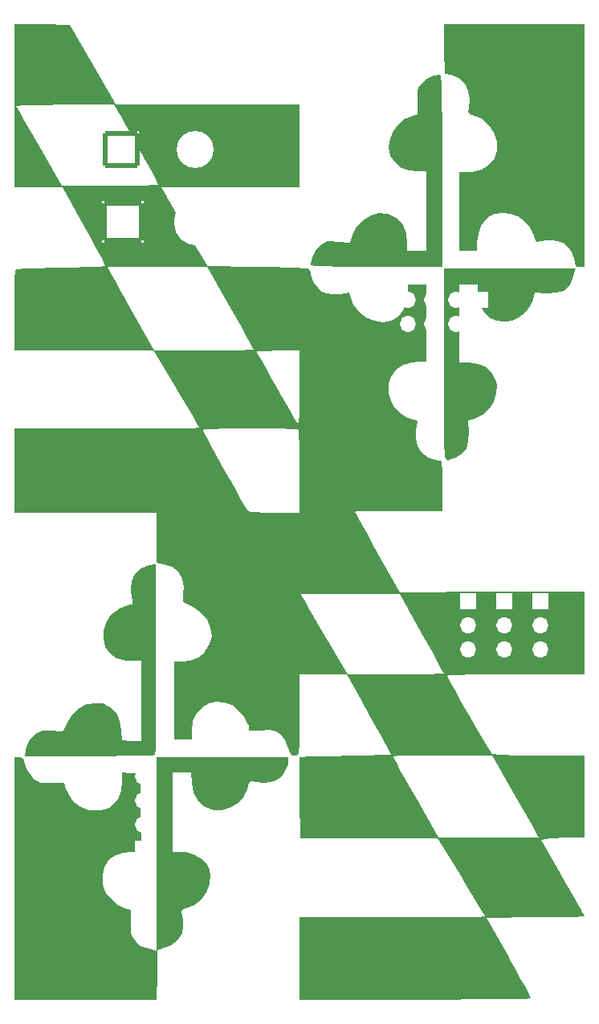
<source format=gbo>
%TF.GenerationSoftware,KiCad,Pcbnew,7.0.2*%
%TF.CreationDate,2023-11-12T14:51:11-05:00*%
%TF.ProjectId,avc-computer,6176632d-636f-46d7-9075-7465722e6b69,rev?*%
%TF.SameCoordinates,Original*%
%TF.FileFunction,Legend,Bot*%
%TF.FilePolarity,Positive*%
%FSLAX46Y46*%
G04 Gerber Fmt 4.6, Leading zero omitted, Abs format (unit mm)*
G04 Created by KiCad (PCBNEW 7.0.2) date 2023-11-12 14:51:11*
%MOMM*%
%LPD*%
G01*
G04 APERTURE LIST*
G04 Aperture macros list*
%AMRoundRect*
0 Rectangle with rounded corners*
0 $1 Rounding radius*
0 $2 $3 $4 $5 $6 $7 $8 $9 X,Y pos of 4 corners*
0 Add a 4 corners polygon primitive as box body*
4,1,4,$2,$3,$4,$5,$6,$7,$8,$9,$2,$3,0*
0 Add four circle primitives for the rounded corners*
1,1,$1+$1,$2,$3*
1,1,$1+$1,$4,$5*
1,1,$1+$1,$6,$7*
1,1,$1+$1,$8,$9*
0 Add four rect primitives between the rounded corners*
20,1,$1+$1,$2,$3,$4,$5,0*
20,1,$1+$1,$4,$5,$6,$7,0*
20,1,$1+$1,$6,$7,$8,$9,0*
20,1,$1+$1,$8,$9,$2,$3,0*%
G04 Aperture macros list end*
%ADD10RoundRect,0.250002X-1.699998X-1.699998X1.699998X-1.699998X1.699998X1.699998X-1.699998X1.699998X0*%
%ADD11C,3.900000*%
%ADD12R,1.700000X1.700000*%
%ADD13O,1.700000X1.700000*%
%ADD14RoundRect,0.288464X-1.961536X-1.961536X1.961536X-1.961536X1.961536X1.961536X-1.961536X1.961536X0*%
%ADD15C,5.000000*%
G04 APERTURE END LIST*
%TO.C,G\u002A\u002A\u002A*%
G36*
X152633947Y-73325790D02*
G01*
X152132631Y-73325790D01*
X151962636Y-73319829D01*
X151698559Y-73224807D01*
X151631316Y-72960786D01*
X151631287Y-72954171D01*
X151522184Y-72439000D01*
X151252235Y-71833178D01*
X150896348Y-71276271D01*
X150529435Y-70907845D01*
X150044099Y-70696162D01*
X149330866Y-70550262D01*
X148590563Y-70518324D01*
X147980396Y-70618213D01*
X147645500Y-70712810D01*
X147469790Y-70638436D01*
X147371372Y-70323542D01*
X147280211Y-70009152D01*
X146860606Y-69197142D01*
X146249862Y-68482113D01*
X145540722Y-67982656D01*
X144843660Y-67748053D01*
X143974136Y-67665195D01*
X143145589Y-67779190D01*
X142475372Y-68086080D01*
X142207023Y-68322421D01*
X141719660Y-69013156D01*
X141391199Y-69865890D01*
X141270789Y-70771066D01*
X141270789Y-71654737D01*
X139432631Y-71654737D01*
X139435339Y-63383027D01*
X140406061Y-63361343D01*
X140785203Y-63337119D01*
X141765300Y-63096246D01*
X142540686Y-62618292D01*
X143084407Y-61924409D01*
X143369510Y-61035748D01*
X143352807Y-60134048D01*
X143057961Y-59232264D01*
X142531536Y-58426497D01*
X141823251Y-57792371D01*
X140982824Y-57405512D01*
X140678864Y-57320724D01*
X140401610Y-57192456D01*
X140329521Y-56991832D01*
X140389303Y-56622109D01*
X140485205Y-55699136D01*
X140347246Y-54771174D01*
X139962763Y-54013355D01*
X139350382Y-53460465D01*
X138528728Y-53147290D01*
X137845131Y-53012275D01*
X137799112Y-50385480D01*
X137753092Y-47758685D01*
X152633947Y-47758685D01*
X152633947Y-73325790D01*
G37*
G36*
X151540915Y-74035987D02*
G01*
X151370641Y-74646500D01*
X150987184Y-75368925D01*
X150426735Y-75840203D01*
X149652840Y-76086604D01*
X148629049Y-76134396D01*
X147381388Y-76088444D01*
X147229312Y-76731486D01*
X147215329Y-76786266D01*
X146889283Y-77475140D01*
X146341474Y-78138282D01*
X145667329Y-78680008D01*
X144962274Y-79004636D01*
X144198408Y-79124654D01*
X143281248Y-79018885D01*
X142503520Y-78637876D01*
X141900867Y-78010115D01*
X141508934Y-77164090D01*
X141363362Y-76128287D01*
X141354342Y-75165878D01*
X140393487Y-75164913D01*
X139432631Y-75163948D01*
X139433005Y-79299803D01*
X139433378Y-83435658D01*
X140396556Y-83452934D01*
X141393602Y-83582592D01*
X142245709Y-83963762D01*
X142876331Y-84594711D01*
X143284171Y-85474531D01*
X143355563Y-85810979D01*
X143324218Y-86676437D01*
X143030932Y-87532583D01*
X142518101Y-88307773D01*
X141828125Y-88930358D01*
X141003401Y-89328692D01*
X140318249Y-89533408D01*
X140387264Y-90745717D01*
X140390765Y-90811665D01*
X140361438Y-91751413D01*
X140148121Y-92455116D01*
X139721732Y-92980294D01*
X139053192Y-93384467D01*
X138817022Y-93499557D01*
X138585999Y-93618018D01*
X138391080Y-93701593D01*
X138229226Y-93727258D01*
X138097395Y-93671989D01*
X137992549Y-93512764D01*
X137911645Y-93226557D01*
X137851646Y-92790346D01*
X137809510Y-92181107D01*
X137782197Y-91375816D01*
X137766668Y-90351450D01*
X137759881Y-89084985D01*
X137758797Y-87553398D01*
X137760377Y-85733666D01*
X137761579Y-83602763D01*
X137761579Y-73492895D01*
X151657870Y-73492895D01*
X151540915Y-74035987D01*
G37*
G36*
X137397131Y-53110592D02*
G01*
X137440405Y-53207638D01*
X137477306Y-53452437D01*
X137508263Y-53865706D01*
X137533704Y-54468161D01*
X137554056Y-55280519D01*
X137569748Y-56323496D01*
X137581207Y-57617808D01*
X137588863Y-59184172D01*
X137593142Y-61043304D01*
X137594474Y-63215921D01*
X137594474Y-73325790D01*
X130659605Y-73325790D01*
X129591131Y-73324937D01*
X127925957Y-73318941D01*
X126566707Y-73306787D01*
X125495250Y-73287978D01*
X124693454Y-73262020D01*
X124143191Y-73228417D01*
X123826329Y-73186674D01*
X123724737Y-73136296D01*
X123732510Y-72994081D01*
X123906633Y-72333850D01*
X124254143Y-71660230D01*
X124701066Y-71125571D01*
X124899992Y-70955324D01*
X125178525Y-70766128D01*
X125479892Y-70674514D01*
X125907589Y-70656106D01*
X126565107Y-70686529D01*
X127844738Y-70760605D01*
X128124160Y-69973872D01*
X128582386Y-69105818D01*
X129253888Y-68408550D01*
X130070775Y-67930868D01*
X130969269Y-67709922D01*
X131885592Y-67782863D01*
X132069315Y-67835602D01*
X132879856Y-68249382D01*
X133457433Y-68900835D01*
X133803162Y-69791684D01*
X133918158Y-70923652D01*
X133918158Y-71654737D01*
X135923421Y-71654737D01*
X135923421Y-63299474D01*
X134959959Y-63299474D01*
X134168867Y-63219410D01*
X133283700Y-62891049D01*
X132601305Y-62344463D01*
X132152939Y-61617913D01*
X131969856Y-60749660D01*
X132083311Y-59777967D01*
X132083825Y-59776062D01*
X132416120Y-59052646D01*
X132966608Y-58362284D01*
X133639445Y-57802938D01*
X134338793Y-57472571D01*
X135004342Y-57293413D01*
X135004342Y-55879566D01*
X135007519Y-55356458D01*
X135034434Y-54834876D01*
X135109027Y-54488926D01*
X135255026Y-54225612D01*
X135496159Y-53951934D01*
X136006588Y-53555678D01*
X136707437Y-53233246D01*
X137385592Y-53106985D01*
X137397131Y-53110592D01*
G37*
G36*
X107386073Y-104764814D02*
G01*
X107390569Y-105165714D01*
X107393978Y-105838662D01*
X107396353Y-106748559D01*
X107397748Y-107860304D01*
X107398216Y-109138798D01*
X107397813Y-110548939D01*
X107396590Y-112055629D01*
X107394603Y-113623767D01*
X107391904Y-115218253D01*
X107388547Y-116803986D01*
X107384587Y-118345868D01*
X107380076Y-119808797D01*
X107375069Y-121157674D01*
X107369619Y-122357399D01*
X107363780Y-123372871D01*
X107357606Y-124168991D01*
X107351151Y-124710658D01*
X107297199Y-124737673D01*
X106944261Y-124779749D01*
X106268466Y-124814567D01*
X105277015Y-124841953D01*
X103977104Y-124861731D01*
X102375935Y-124873726D01*
X100480706Y-124877763D01*
X93612991Y-124877763D01*
X93700705Y-124223810D01*
X93758614Y-123922184D01*
X94110443Y-123143703D01*
X94697191Y-122570637D01*
X95475754Y-122235719D01*
X96403026Y-122171684D01*
X96687973Y-122198009D01*
X97170883Y-122255056D01*
X97458183Y-122306267D01*
X97541108Y-122294799D01*
X97756953Y-122052791D01*
X97995044Y-121551307D01*
X98504535Y-120590568D01*
X99210585Y-119867929D01*
X100087695Y-119428185D01*
X101124292Y-119279737D01*
X101801912Y-119355878D01*
X102597955Y-119701849D01*
X103206778Y-120305395D01*
X103606522Y-121142527D01*
X103775331Y-122189257D01*
X103816309Y-123206711D01*
X104830391Y-123256461D01*
X105844474Y-123306211D01*
X105844445Y-119078829D01*
X105844416Y-114851448D01*
X104764926Y-114828946D01*
X104239827Y-114792682D01*
X103282511Y-114546144D01*
X102567484Y-114071109D01*
X102096945Y-113369391D01*
X101873091Y-112442804D01*
X101868425Y-111737457D01*
X102107971Y-110836410D01*
X102654347Y-110031867D01*
X102976810Y-109730378D01*
X103566808Y-109324506D01*
X104177402Y-109031729D01*
X104685958Y-108919211D01*
X104932252Y-108864883D01*
X104943062Y-108654335D01*
X104902914Y-108512526D01*
X104821159Y-108075430D01*
X104748376Y-107526375D01*
X104733991Y-107348954D01*
X104831001Y-106430232D01*
X105211853Y-105667728D01*
X105851862Y-105096092D01*
X106726343Y-104749971D01*
X106825576Y-104728411D01*
X107203313Y-104663941D01*
X107381831Y-104663588D01*
X107386073Y-104764814D01*
G37*
G36*
X93089956Y-124966432D02*
G01*
X93324057Y-125045683D01*
X93478694Y-125286758D01*
X93623566Y-125773142D01*
X93846012Y-126371024D01*
X94416862Y-127151760D01*
X94652000Y-127372038D01*
X94923218Y-127567140D01*
X95231233Y-127670593D01*
X95675172Y-127711396D01*
X96354162Y-127718553D01*
X97706232Y-127718553D01*
X97919886Y-128335672D01*
X98042113Y-128650713D01*
X98592024Y-129553323D01*
X99336888Y-130188400D01*
X100259363Y-130544419D01*
X101342107Y-130609855D01*
X101430936Y-130603076D01*
X102040647Y-130518251D01*
X102470372Y-130349989D01*
X102857330Y-130047351D01*
X103414160Y-129370779D01*
X103738047Y-128557429D01*
X103839210Y-127548476D01*
X103839210Y-126615690D01*
X104800066Y-126665806D01*
X105760921Y-126715921D01*
X105805576Y-130833367D01*
X105850232Y-134950812D01*
X104635102Y-135012173D01*
X104000310Y-135074013D01*
X103150251Y-135310052D01*
X102517703Y-135736018D01*
X102050657Y-136379425D01*
X101878544Y-136869482D01*
X101788677Y-137644551D01*
X101845426Y-138439328D01*
X102048893Y-139096204D01*
X102171452Y-139310551D01*
X102721912Y-139995590D01*
X103399454Y-140547660D01*
X104095328Y-140872373D01*
X104769210Y-141053312D01*
X104763750Y-142436870D01*
X104764639Y-142928685D01*
X104789081Y-143451517D01*
X104863239Y-143799143D01*
X105011839Y-144066982D01*
X105259605Y-144350452D01*
X105390261Y-144484896D01*
X105819316Y-144845067D01*
X106299670Y-145077415D01*
X106972434Y-145256593D01*
X107515526Y-145374713D01*
X107515526Y-124961316D01*
X121385263Y-124961316D01*
X121385263Y-125385736D01*
X121327745Y-125781170D01*
X121062602Y-126426338D01*
X120655136Y-127011254D01*
X120186698Y-127399250D01*
X119807355Y-127553392D01*
X118891907Y-127692025D01*
X117853613Y-127588373D01*
X117724200Y-127561557D01*
X117386741Y-127527664D01*
X117230159Y-127659868D01*
X117139545Y-128029091D01*
X117042400Y-128404391D01*
X116621803Y-129219158D01*
X115990172Y-129873822D01*
X115210920Y-130337013D01*
X114347457Y-130577363D01*
X113463196Y-130563504D01*
X112621549Y-130264066D01*
X112326538Y-130074726D01*
X111762453Y-129499414D01*
X111406982Y-128728298D01*
X111232658Y-127710890D01*
X111146085Y-126632369D01*
X109186579Y-126632369D01*
X109186579Y-134987632D01*
X110070250Y-134987632D01*
X110502257Y-135016169D01*
X111392032Y-135240553D01*
X112178329Y-135647134D01*
X112751117Y-136186697D01*
X112847728Y-136349922D01*
X113042807Y-136876836D01*
X113157095Y-137470811D01*
X113103114Y-138352365D01*
X112772395Y-139239624D01*
X112209922Y-140007526D01*
X111466721Y-140587584D01*
X110593817Y-140911312D01*
X110570599Y-140915759D01*
X110160961Y-141053876D01*
X110078248Y-141242907D01*
X110104502Y-141327719D01*
X110188808Y-141710100D01*
X110275470Y-142216515D01*
X110309296Y-142683199D01*
X110152158Y-143557359D01*
X109713282Y-144288810D01*
X109020187Y-144840133D01*
X108100395Y-145173910D01*
X107599079Y-145277961D01*
X107553059Y-147903191D01*
X107507040Y-150528421D01*
X92476053Y-150528421D01*
X92476053Y-124961316D01*
X92945777Y-124961316D01*
X93089956Y-124966432D01*
G37*
G36*
X95422812Y-47796605D02*
G01*
X98369572Y-47842237D01*
X100783154Y-52061645D01*
X102995980Y-55930094D01*
X103196735Y-56281053D01*
X122555000Y-56281053D01*
X122555000Y-64970527D01*
X107988078Y-64970527D01*
X108573300Y-66014935D01*
X108609940Y-66080054D01*
X108902463Y-66591531D01*
X109322372Y-67316768D01*
X109833297Y-68193341D01*
X110398873Y-69158823D01*
X110982732Y-70150790D01*
X112782757Y-73201253D01*
X112806941Y-73242237D01*
X117710659Y-73320279D01*
X118056957Y-73325790D01*
X118695434Y-73336923D01*
X119948815Y-73364669D01*
X121078278Y-73397404D01*
X122041768Y-73433443D01*
X122555000Y-73459026D01*
X122797232Y-73471101D01*
X123302612Y-73508693D01*
X123515855Y-73544533D01*
X123629060Y-73670987D01*
X123724737Y-74010730D01*
X123802847Y-74427946D01*
X124083805Y-75026172D01*
X124490136Y-75575356D01*
X124937889Y-75941861D01*
X125130677Y-76026366D01*
X125839793Y-76187505D01*
X126064274Y-76196073D01*
X126660439Y-76218828D01*
X127442829Y-76110265D01*
X127583725Y-76078158D01*
X127837113Y-76086798D01*
X127902368Y-76277742D01*
X127919504Y-76400158D01*
X128047225Y-76805679D01*
X128258755Y-77298573D01*
X128309392Y-77398578D01*
X128870064Y-78157944D01*
X129603293Y-78714688D01*
X130442265Y-79050816D01*
X131320170Y-79148331D01*
X132170196Y-78989239D01*
X132925531Y-78555544D01*
X133497590Y-77930922D01*
X133859692Y-77126645D01*
X133984884Y-76124803D01*
X133998471Y-75163948D01*
X135923421Y-75163948D01*
X135923421Y-83352106D01*
X135039750Y-83352106D01*
X134397069Y-83401886D01*
X133455076Y-83692876D01*
X132712206Y-84207519D01*
X132195422Y-84903838D01*
X131931684Y-85739850D01*
X131947952Y-86673576D01*
X132271187Y-87663036D01*
X132472251Y-87997528D01*
X133064166Y-88633207D01*
X133810020Y-89148903D01*
X134590044Y-89452209D01*
X134890891Y-89544815D01*
X134984870Y-89718442D01*
X134906233Y-90087070D01*
X134822938Y-90446086D01*
X134788539Y-91377498D01*
X135009776Y-92218621D01*
X135463524Y-92907054D01*
X136126659Y-93380395D01*
X136328070Y-93465919D01*
X136838624Y-93638575D01*
X137218487Y-93708962D01*
X137345966Y-93716614D01*
X137450163Y-93768824D01*
X137520204Y-93913725D01*
X137562872Y-94199621D01*
X137584951Y-94674816D01*
X137593223Y-95387613D01*
X137594474Y-96386316D01*
X137594474Y-99060000D01*
X133207960Y-99079799D01*
X132112814Y-99083862D01*
X131023235Y-99086006D01*
X130081941Y-99085866D01*
X129335411Y-99083514D01*
X128830126Y-99079025D01*
X128612566Y-99072474D01*
X128533188Y-99072218D01*
X128408094Y-99178004D01*
X128411444Y-99190263D01*
X128522718Y-99415774D01*
X128776066Y-99885566D01*
X129150446Y-100561869D01*
X129624813Y-101406914D01*
X130178127Y-102382931D01*
X130789344Y-103452150D01*
X133166184Y-107593642D01*
X142900066Y-107585430D01*
X152633947Y-107577217D01*
X152633947Y-116271842D01*
X145364868Y-116271842D01*
X145042532Y-116271954D01*
X143329756Y-116276692D01*
X141820931Y-116288066D01*
X140537764Y-116305612D01*
X139501959Y-116328861D01*
X138735225Y-116357347D01*
X138259266Y-116390603D01*
X138095789Y-116428162D01*
X138114043Y-116477032D01*
X138265295Y-116771010D01*
X138547850Y-117285966D01*
X138935419Y-117976428D01*
X139401713Y-118796923D01*
X139920445Y-119701978D01*
X140465325Y-120646120D01*
X141010066Y-121583877D01*
X141528377Y-122469775D01*
X141993972Y-123258342D01*
X142380562Y-123904105D01*
X142661857Y-124361592D01*
X142811570Y-124585329D01*
X142879085Y-124627636D01*
X143123557Y-124683442D01*
X143561292Y-124726460D01*
X144220463Y-124757867D01*
X145129247Y-124778843D01*
X146315820Y-124790565D01*
X147808356Y-124794211D01*
X152633947Y-124794211D01*
X152633947Y-133483685D01*
X150816678Y-133483685D01*
X150241850Y-133488404D01*
X149485596Y-133508924D01*
X148873500Y-133541970D01*
X148500574Y-133583451D01*
X148001740Y-133683218D01*
X150079251Y-137301543D01*
X150513122Y-138056222D01*
X151067157Y-139016961D01*
X151558151Y-139865054D01*
X151960351Y-140556153D01*
X152248003Y-141045910D01*
X152395354Y-141289976D01*
X152553124Y-141556597D01*
X152633947Y-141747135D01*
X152599525Y-141757476D01*
X152299473Y-141780744D01*
X151723903Y-141804126D01*
X150913064Y-141826600D01*
X149907208Y-141847143D01*
X148746583Y-141864732D01*
X147471440Y-141878343D01*
X142308933Y-141922500D01*
X144628700Y-146100132D01*
X144749798Y-146318381D01*
X145336424Y-147380490D01*
X145862420Y-148340691D01*
X146307302Y-149161017D01*
X146650586Y-149803503D01*
X146871786Y-150230183D01*
X146950418Y-150403092D01*
X146810469Y-150422047D01*
X146361496Y-150441503D01*
X145628770Y-150459678D01*
X144638472Y-150476302D01*
X143416781Y-150491106D01*
X141989875Y-150503822D01*
X140383933Y-150514181D01*
X138625135Y-150521913D01*
X136739659Y-150526749D01*
X134753684Y-150528421D01*
X122555000Y-150528421D01*
X122555000Y-141838948D01*
X132330658Y-141838948D01*
X133907614Y-141838148D01*
X135590307Y-141835434D01*
X137143543Y-141830977D01*
X138538069Y-141824959D01*
X139744637Y-141817563D01*
X140733996Y-141808972D01*
X141476896Y-141799368D01*
X141944086Y-141788934D01*
X142106316Y-141777853D01*
X142102884Y-141768987D01*
X141987401Y-141563615D01*
X141724056Y-141116655D01*
X141334683Y-140464560D01*
X140841122Y-139643783D01*
X140265208Y-138690778D01*
X139628779Y-137641998D01*
X137151242Y-133567237D01*
X129894897Y-133533743D01*
X122638553Y-133500250D01*
X122593955Y-129230783D01*
X122549358Y-124961316D01*
X123763692Y-124940142D01*
X123852762Y-124938498D01*
X124453923Y-124925304D01*
X125302030Y-124904480D01*
X125862371Y-124889915D01*
X132414210Y-124889915D01*
X132419652Y-124906098D01*
X132537485Y-125140018D01*
X132793765Y-125618267D01*
X133168097Y-126303664D01*
X133640088Y-127159029D01*
X134189341Y-128147181D01*
X134795460Y-129230941D01*
X137176710Y-133476262D01*
X142482303Y-133479973D01*
X143202081Y-133480091D01*
X144437652Y-133478384D01*
X145537335Y-133474434D01*
X146461465Y-133468527D01*
X147170378Y-133460947D01*
X147624410Y-133451979D01*
X147783896Y-133441908D01*
X147775128Y-133423707D01*
X147645410Y-133188538D01*
X147376513Y-132711120D01*
X146988934Y-132027552D01*
X146503172Y-131173937D01*
X145939726Y-130186375D01*
X145319093Y-129100967D01*
X142858289Y-124801803D01*
X137636250Y-124798007D01*
X136989213Y-124798273D01*
X135758045Y-124803080D01*
X134660985Y-124813013D01*
X133738051Y-124827367D01*
X133029264Y-124845438D01*
X132574644Y-124866522D01*
X132414210Y-124889915D01*
X125862371Y-124889915D01*
X126325224Y-124877884D01*
X127451651Y-124847376D01*
X128609453Y-124814813D01*
X132240880Y-124710658D01*
X130977063Y-122454737D01*
X130923318Y-122358807D01*
X130351644Y-121339015D01*
X129727460Y-120226404D01*
X129122680Y-119149125D01*
X128609221Y-118235329D01*
X127505194Y-116271842D01*
X122555000Y-116271842D01*
X122555000Y-120533027D01*
X122555404Y-121203445D01*
X122556228Y-122362329D01*
X122551211Y-123243053D01*
X122533314Y-123883393D01*
X122495496Y-124321126D01*
X122430720Y-124594029D01*
X122331947Y-124739878D01*
X122192137Y-124796450D01*
X122004251Y-124801521D01*
X121761250Y-124792868D01*
X121713975Y-124761775D01*
X121560812Y-124508092D01*
X121385263Y-124082671D01*
X121030352Y-123233632D01*
X120616675Y-122641339D01*
X120089228Y-122295197D01*
X119381623Y-122152265D01*
X118427469Y-122169603D01*
X118062887Y-122196143D01*
X117582408Y-122216395D01*
X117326952Y-122182912D01*
X117225650Y-122079434D01*
X117207631Y-121889698D01*
X117176021Y-121707502D01*
X117001949Y-121260671D01*
X116726583Y-120759003D01*
X116159069Y-120054025D01*
X115405247Y-119498517D01*
X114589821Y-119202307D01*
X113762631Y-119152751D01*
X112973517Y-119337208D01*
X112272316Y-119743034D01*
X111708869Y-120357587D01*
X111333014Y-121168224D01*
X111194591Y-122162303D01*
X111191842Y-123123158D01*
X109353684Y-123123158D01*
X109353684Y-114935000D01*
X110194578Y-114935000D01*
X111043180Y-114855265D01*
X111893911Y-114532533D01*
X112573868Y-113947493D01*
X112596308Y-113920551D01*
X113095137Y-113085161D01*
X113287438Y-112203574D01*
X113186439Y-111323704D01*
X112805368Y-110493466D01*
X112157452Y-109760776D01*
X111255919Y-109173548D01*
X110233812Y-108675911D01*
X110301329Y-107834799D01*
X122722105Y-107834799D01*
X122726845Y-107848538D01*
X122845084Y-108073446D01*
X123106423Y-108540897D01*
X123489763Y-109214002D01*
X123974004Y-110055873D01*
X124538048Y-111029623D01*
X125160796Y-112098364D01*
X127599486Y-116271842D01*
X132680532Y-116271842D01*
X133207593Y-116271168D01*
X134429710Y-116264140D01*
X135520100Y-116250279D01*
X136438265Y-116230585D01*
X137143712Y-116206060D01*
X137595944Y-116177702D01*
X137636250Y-116169772D01*
X137754466Y-116146513D01*
X137752446Y-116138539D01*
X137649258Y-115926730D01*
X137405132Y-115467988D01*
X137041020Y-114800482D01*
X136577877Y-113962386D01*
X136036655Y-112991870D01*
X135438309Y-111927106D01*
X133129264Y-107833027D01*
X127925685Y-107788870D01*
X127294306Y-107784176D01*
X126064274Y-107779066D01*
X124967992Y-107779847D01*
X124045547Y-107786164D01*
X123337026Y-107797664D01*
X122882517Y-107813994D01*
X122722105Y-107834799D01*
X110301329Y-107834799D01*
X110314617Y-107669254D01*
X110328072Y-107096024D01*
X110159216Y-106153962D01*
X109736611Y-105426908D01*
X109063261Y-104919059D01*
X108142171Y-104634612D01*
X107515526Y-104531759D01*
X107515526Y-99227106D01*
X92476053Y-99227106D01*
X92476053Y-90509992D01*
X112361579Y-90509992D01*
X112400025Y-90605797D01*
X112577811Y-90959486D01*
X112877565Y-91527205D01*
X113274193Y-92263626D01*
X113742606Y-93123420D01*
X114257712Y-94061259D01*
X114794420Y-95031814D01*
X115327639Y-95989756D01*
X115832278Y-96889758D01*
X116283246Y-97686490D01*
X116655451Y-98334623D01*
X116923803Y-98788830D01*
X117063211Y-99003782D01*
X117196097Y-99084078D01*
X117512123Y-99151390D01*
X118041649Y-99195560D01*
X118824819Y-99219745D01*
X119901777Y-99227106D01*
X122555000Y-99227106D01*
X122555000Y-94910220D01*
X122551972Y-93865698D01*
X122541969Y-92794863D01*
X122525995Y-91876567D01*
X122505099Y-91156227D01*
X122480334Y-90679260D01*
X122452749Y-90491083D01*
X122419982Y-90478538D01*
X122123598Y-90446873D01*
X121565616Y-90421230D01*
X120795683Y-90401516D01*
X119863448Y-90387637D01*
X118818557Y-90379502D01*
X117710659Y-90377016D01*
X116589402Y-90380086D01*
X115504433Y-90388621D01*
X114505399Y-90402526D01*
X113641949Y-90421709D01*
X112963731Y-90446076D01*
X112520391Y-90475535D01*
X112361579Y-90509992D01*
X92476053Y-90509992D01*
X92476053Y-90370527D01*
X102251710Y-90370527D01*
X103828668Y-90369626D01*
X105511361Y-90366573D01*
X107064596Y-90361558D01*
X108459123Y-90354786D01*
X109665690Y-90346463D01*
X110655049Y-90336795D01*
X111397948Y-90325987D01*
X111865138Y-90314246D01*
X112027368Y-90301777D01*
X112025230Y-90295360D01*
X111916732Y-90098683D01*
X111659990Y-89659062D01*
X111276937Y-89013326D01*
X110789505Y-88198301D01*
X110219624Y-87250816D01*
X109589228Y-86207698D01*
X107204485Y-82270528D01*
X118043158Y-82270528D01*
X118106349Y-82402581D01*
X118311995Y-82782866D01*
X118634151Y-83363036D01*
X119045854Y-84095828D01*
X119520141Y-84933980D01*
X120030052Y-85830230D01*
X120548623Y-86737314D01*
X121048893Y-87607971D01*
X121503899Y-88394936D01*
X121886680Y-89050949D01*
X122170273Y-89528746D01*
X122327717Y-89781064D01*
X122341787Y-89800396D01*
X122410916Y-89845722D01*
X122463665Y-89757747D01*
X122502129Y-89502992D01*
X122528401Y-89047973D01*
X122544574Y-88359210D01*
X122552742Y-87403221D01*
X122555000Y-86146524D01*
X122555000Y-82182369D01*
X120299079Y-82182369D01*
X120067291Y-82182834D01*
X119273062Y-82192076D01*
X118630372Y-82211359D01*
X118200109Y-82238302D01*
X118043158Y-82270528D01*
X107204485Y-82270528D01*
X107151087Y-82182369D01*
X92476053Y-82182369D01*
X92476053Y-77915940D01*
X92476536Y-77381255D01*
X92483378Y-76115552D01*
X92499445Y-75143102D01*
X92526185Y-74433868D01*
X92565048Y-73957813D01*
X92617481Y-73684901D01*
X92684934Y-73585093D01*
X92688267Y-73584191D01*
X92920548Y-73563686D01*
X93439304Y-73538895D01*
X94199165Y-73511319D01*
X95154757Y-73482456D01*
X96260708Y-73453807D01*
X97471646Y-73426871D01*
X97562767Y-73424993D01*
X98743960Y-73398575D01*
X102335263Y-73398575D01*
X102344895Y-73422218D01*
X102475442Y-73672789D01*
X102742887Y-74165596D01*
X103127137Y-74864208D01*
X103608097Y-75732195D01*
X104165673Y-76733124D01*
X104779772Y-77830566D01*
X107224281Y-82189771D01*
X112466614Y-82177585D01*
X113131122Y-82175089D01*
X114363474Y-82165130D01*
X115461330Y-82149310D01*
X116384748Y-82128624D01*
X117093786Y-82104062D01*
X117548500Y-82076619D01*
X117708947Y-82047286D01*
X117700847Y-82023551D01*
X117572763Y-81770805D01*
X117304843Y-81276913D01*
X116917640Y-80578756D01*
X116431705Y-79713212D01*
X115867592Y-78717161D01*
X115245852Y-77627482D01*
X112782757Y-73325790D01*
X107559010Y-73325790D01*
X106910527Y-73326352D01*
X105679254Y-73330691D01*
X104582121Y-73338853D01*
X103659141Y-73350280D01*
X102950329Y-73364414D01*
X102495699Y-73380699D01*
X102335263Y-73398575D01*
X98743960Y-73398575D01*
X98757195Y-73398279D01*
X99834701Y-73370431D01*
X100751838Y-73342863D01*
X101465159Y-73316989D01*
X101931216Y-73294224D01*
X102106562Y-73275982D01*
X102106790Y-73269109D01*
X102017519Y-73068130D01*
X101788054Y-72619489D01*
X101438393Y-71960536D01*
X100988533Y-71128620D01*
X100458471Y-70161091D01*
X99868205Y-69095300D01*
X97572763Y-64971703D01*
X92476053Y-64970527D01*
X92476053Y-56422579D01*
X92671009Y-56422579D01*
X92676578Y-56434383D01*
X92800696Y-56659167D01*
X93067496Y-57127780D01*
X93455183Y-57802383D01*
X93941959Y-58645139D01*
X94506031Y-59618211D01*
X95125602Y-60683763D01*
X97524493Y-64803421D01*
X102603562Y-64803421D01*
X103128620Y-64802752D01*
X104350802Y-64795731D01*
X105441398Y-64781874D01*
X106359883Y-64762180D01*
X107065734Y-64737651D01*
X107518427Y-64709288D01*
X107677438Y-64678092D01*
X107677330Y-64677067D01*
X107593937Y-64500848D01*
X107373024Y-64080982D01*
X107040205Y-63463720D01*
X106621095Y-62695314D01*
X106141307Y-61822015D01*
X105626456Y-60890075D01*
X105102154Y-59945744D01*
X104594017Y-59035275D01*
X104127658Y-58204918D01*
X103728691Y-57500926D01*
X103422731Y-56969549D01*
X103235390Y-56657040D01*
X102995980Y-56281053D01*
X97805643Y-56281053D01*
X97177142Y-56282094D01*
X95953326Y-56290460D01*
X94865868Y-56306299D01*
X93954339Y-56328521D01*
X93258306Y-56356036D01*
X92817340Y-56387752D01*
X92671009Y-56422579D01*
X92476053Y-56422579D01*
X92476053Y-47750974D01*
X95422812Y-47796605D01*
G37*
%TD*%
%LPC*%
D10*
%TO.C,J2*%
X103780000Y-60960000D03*
D11*
X111580000Y-60960000D03*
%TD*%
D12*
%TO.C,J5*%
X140335000Y-108600000D03*
D13*
X140335000Y-111140000D03*
X140335000Y-113680000D03*
%TD*%
D12*
%TO.C,J6*%
X106045000Y-134620000D03*
D13*
X106045000Y-132080000D03*
X106045000Y-129540000D03*
X106045000Y-127000000D03*
%TD*%
D12*
%TO.C,J3*%
X144145000Y-108585000D03*
D13*
X144145000Y-111125000D03*
X144145000Y-113665000D03*
%TD*%
D12*
%TO.C,J7*%
X141605000Y-76835000D03*
D13*
X141605000Y-79375000D03*
X139065000Y-76835000D03*
X139065000Y-79375000D03*
X136525000Y-76835000D03*
X136525000Y-79375000D03*
X133985000Y-76835000D03*
X133985000Y-79375000D03*
%TD*%
D14*
%TO.C,J4*%
X103960000Y-68580000D03*
D15*
X111760000Y-68580000D03*
%TD*%
D12*
%TO.C,J8*%
X147955000Y-108585000D03*
D13*
X147955000Y-111125000D03*
X147955000Y-113665000D03*
%TD*%
%LPD*%
M02*

</source>
